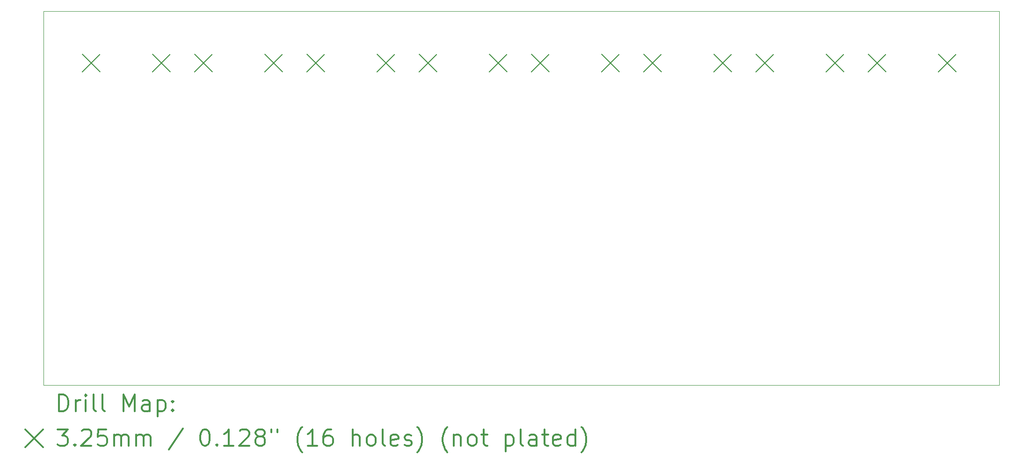
<source format=gbr>
%FSLAX45Y45*%
G04 Gerber Fmt 4.5, Leading zero omitted, Abs format (unit mm)*
G04 Created by KiCad (PCBNEW (5.1.9)-1) date 2021-09-29 15:51:36*
%MOMM*%
%LPD*%
G01*
G04 APERTURE LIST*
%TA.AperFunction,Profile*%
%ADD10C,0.100000*%
%TD*%
%ADD11C,0.200000*%
%ADD12C,0.300000*%
G04 APERTURE END LIST*
D10*
X23777000Y-13208000D02*
X23777000Y-6428000D01*
X23777000Y-6428000D02*
X6477000Y-6428000D01*
X6477000Y-13208000D02*
X23777000Y-13208000D01*
X6477000Y-6428000D02*
X6477000Y-13208000D01*
D11*
X7178500Y-7203500D02*
X7503500Y-7528500D01*
X7503500Y-7203500D02*
X7178500Y-7528500D01*
X8448500Y-7203500D02*
X8773500Y-7528500D01*
X8773500Y-7203500D02*
X8448500Y-7528500D01*
X9210500Y-7203500D02*
X9535500Y-7528500D01*
X9535500Y-7203500D02*
X9210500Y-7528500D01*
X10480500Y-7203500D02*
X10805500Y-7528500D01*
X10805500Y-7203500D02*
X10480500Y-7528500D01*
X11242500Y-7203500D02*
X11567500Y-7528500D01*
X11567500Y-7203500D02*
X11242500Y-7528500D01*
X12512500Y-7203500D02*
X12837500Y-7528500D01*
X12837500Y-7203500D02*
X12512500Y-7528500D01*
X13274500Y-7203500D02*
X13599500Y-7528500D01*
X13599500Y-7203500D02*
X13274500Y-7528500D01*
X14544500Y-7203500D02*
X14869500Y-7528500D01*
X14869500Y-7203500D02*
X14544500Y-7528500D01*
X15306500Y-7203500D02*
X15631500Y-7528500D01*
X15631500Y-7203500D02*
X15306500Y-7528500D01*
X16576500Y-7203500D02*
X16901500Y-7528500D01*
X16901500Y-7203500D02*
X16576500Y-7528500D01*
X17338500Y-7203500D02*
X17663500Y-7528500D01*
X17663500Y-7203500D02*
X17338500Y-7528500D01*
X18608500Y-7203500D02*
X18933500Y-7528500D01*
X18933500Y-7203500D02*
X18608500Y-7528500D01*
X19370500Y-7203500D02*
X19695500Y-7528500D01*
X19695500Y-7203500D02*
X19370500Y-7528500D01*
X20640500Y-7203500D02*
X20965500Y-7528500D01*
X20965500Y-7203500D02*
X20640500Y-7528500D01*
X21402500Y-7203500D02*
X21727500Y-7528500D01*
X21727500Y-7203500D02*
X21402500Y-7528500D01*
X22672500Y-7203500D02*
X22997500Y-7528500D01*
X22997500Y-7203500D02*
X22672500Y-7528500D01*
D12*
X6758428Y-13678714D02*
X6758428Y-13378714D01*
X6829857Y-13378714D01*
X6872714Y-13393000D01*
X6901286Y-13421571D01*
X6915571Y-13450143D01*
X6929857Y-13507286D01*
X6929857Y-13550143D01*
X6915571Y-13607286D01*
X6901286Y-13635857D01*
X6872714Y-13664429D01*
X6829857Y-13678714D01*
X6758428Y-13678714D01*
X7058428Y-13678714D02*
X7058428Y-13478714D01*
X7058428Y-13535857D02*
X7072714Y-13507286D01*
X7087000Y-13493000D01*
X7115571Y-13478714D01*
X7144143Y-13478714D01*
X7244143Y-13678714D02*
X7244143Y-13478714D01*
X7244143Y-13378714D02*
X7229857Y-13393000D01*
X7244143Y-13407286D01*
X7258428Y-13393000D01*
X7244143Y-13378714D01*
X7244143Y-13407286D01*
X7429857Y-13678714D02*
X7401286Y-13664429D01*
X7387000Y-13635857D01*
X7387000Y-13378714D01*
X7587000Y-13678714D02*
X7558428Y-13664429D01*
X7544143Y-13635857D01*
X7544143Y-13378714D01*
X7929857Y-13678714D02*
X7929857Y-13378714D01*
X8029857Y-13593000D01*
X8129857Y-13378714D01*
X8129857Y-13678714D01*
X8401286Y-13678714D02*
X8401286Y-13521571D01*
X8387000Y-13493000D01*
X8358428Y-13478714D01*
X8301286Y-13478714D01*
X8272714Y-13493000D01*
X8401286Y-13664429D02*
X8372714Y-13678714D01*
X8301286Y-13678714D01*
X8272714Y-13664429D01*
X8258428Y-13635857D01*
X8258428Y-13607286D01*
X8272714Y-13578714D01*
X8301286Y-13564429D01*
X8372714Y-13564429D01*
X8401286Y-13550143D01*
X8544143Y-13478714D02*
X8544143Y-13778714D01*
X8544143Y-13493000D02*
X8572714Y-13478714D01*
X8629857Y-13478714D01*
X8658428Y-13493000D01*
X8672714Y-13507286D01*
X8687000Y-13535857D01*
X8687000Y-13621571D01*
X8672714Y-13650143D01*
X8658428Y-13664429D01*
X8629857Y-13678714D01*
X8572714Y-13678714D01*
X8544143Y-13664429D01*
X8815571Y-13650143D02*
X8829857Y-13664429D01*
X8815571Y-13678714D01*
X8801286Y-13664429D01*
X8815571Y-13650143D01*
X8815571Y-13678714D01*
X8815571Y-13493000D02*
X8829857Y-13507286D01*
X8815571Y-13521571D01*
X8801286Y-13507286D01*
X8815571Y-13493000D01*
X8815571Y-13521571D01*
X6147000Y-14010500D02*
X6472000Y-14335500D01*
X6472000Y-14010500D02*
X6147000Y-14335500D01*
X6729857Y-14008714D02*
X6915571Y-14008714D01*
X6815571Y-14123000D01*
X6858428Y-14123000D01*
X6887000Y-14137286D01*
X6901286Y-14151571D01*
X6915571Y-14180143D01*
X6915571Y-14251571D01*
X6901286Y-14280143D01*
X6887000Y-14294429D01*
X6858428Y-14308714D01*
X6772714Y-14308714D01*
X6744143Y-14294429D01*
X6729857Y-14280143D01*
X7044143Y-14280143D02*
X7058428Y-14294429D01*
X7044143Y-14308714D01*
X7029857Y-14294429D01*
X7044143Y-14280143D01*
X7044143Y-14308714D01*
X7172714Y-14037286D02*
X7187000Y-14023000D01*
X7215571Y-14008714D01*
X7287000Y-14008714D01*
X7315571Y-14023000D01*
X7329857Y-14037286D01*
X7344143Y-14065857D01*
X7344143Y-14094429D01*
X7329857Y-14137286D01*
X7158428Y-14308714D01*
X7344143Y-14308714D01*
X7615571Y-14008714D02*
X7472714Y-14008714D01*
X7458428Y-14151571D01*
X7472714Y-14137286D01*
X7501286Y-14123000D01*
X7572714Y-14123000D01*
X7601286Y-14137286D01*
X7615571Y-14151571D01*
X7629857Y-14180143D01*
X7629857Y-14251571D01*
X7615571Y-14280143D01*
X7601286Y-14294429D01*
X7572714Y-14308714D01*
X7501286Y-14308714D01*
X7472714Y-14294429D01*
X7458428Y-14280143D01*
X7758428Y-14308714D02*
X7758428Y-14108714D01*
X7758428Y-14137286D02*
X7772714Y-14123000D01*
X7801286Y-14108714D01*
X7844143Y-14108714D01*
X7872714Y-14123000D01*
X7887000Y-14151571D01*
X7887000Y-14308714D01*
X7887000Y-14151571D02*
X7901286Y-14123000D01*
X7929857Y-14108714D01*
X7972714Y-14108714D01*
X8001286Y-14123000D01*
X8015571Y-14151571D01*
X8015571Y-14308714D01*
X8158428Y-14308714D02*
X8158428Y-14108714D01*
X8158428Y-14137286D02*
X8172714Y-14123000D01*
X8201286Y-14108714D01*
X8244143Y-14108714D01*
X8272714Y-14123000D01*
X8287000Y-14151571D01*
X8287000Y-14308714D01*
X8287000Y-14151571D02*
X8301286Y-14123000D01*
X8329857Y-14108714D01*
X8372714Y-14108714D01*
X8401286Y-14123000D01*
X8415571Y-14151571D01*
X8415571Y-14308714D01*
X9001286Y-13994429D02*
X8744143Y-14380143D01*
X9387000Y-14008714D02*
X9415571Y-14008714D01*
X9444143Y-14023000D01*
X9458428Y-14037286D01*
X9472714Y-14065857D01*
X9487000Y-14123000D01*
X9487000Y-14194429D01*
X9472714Y-14251571D01*
X9458428Y-14280143D01*
X9444143Y-14294429D01*
X9415571Y-14308714D01*
X9387000Y-14308714D01*
X9358428Y-14294429D01*
X9344143Y-14280143D01*
X9329857Y-14251571D01*
X9315571Y-14194429D01*
X9315571Y-14123000D01*
X9329857Y-14065857D01*
X9344143Y-14037286D01*
X9358428Y-14023000D01*
X9387000Y-14008714D01*
X9615571Y-14280143D02*
X9629857Y-14294429D01*
X9615571Y-14308714D01*
X9601286Y-14294429D01*
X9615571Y-14280143D01*
X9615571Y-14308714D01*
X9915571Y-14308714D02*
X9744143Y-14308714D01*
X9829857Y-14308714D02*
X9829857Y-14008714D01*
X9801286Y-14051571D01*
X9772714Y-14080143D01*
X9744143Y-14094429D01*
X10029857Y-14037286D02*
X10044143Y-14023000D01*
X10072714Y-14008714D01*
X10144143Y-14008714D01*
X10172714Y-14023000D01*
X10187000Y-14037286D01*
X10201286Y-14065857D01*
X10201286Y-14094429D01*
X10187000Y-14137286D01*
X10015571Y-14308714D01*
X10201286Y-14308714D01*
X10372714Y-14137286D02*
X10344143Y-14123000D01*
X10329857Y-14108714D01*
X10315571Y-14080143D01*
X10315571Y-14065857D01*
X10329857Y-14037286D01*
X10344143Y-14023000D01*
X10372714Y-14008714D01*
X10429857Y-14008714D01*
X10458428Y-14023000D01*
X10472714Y-14037286D01*
X10487000Y-14065857D01*
X10487000Y-14080143D01*
X10472714Y-14108714D01*
X10458428Y-14123000D01*
X10429857Y-14137286D01*
X10372714Y-14137286D01*
X10344143Y-14151571D01*
X10329857Y-14165857D01*
X10315571Y-14194429D01*
X10315571Y-14251571D01*
X10329857Y-14280143D01*
X10344143Y-14294429D01*
X10372714Y-14308714D01*
X10429857Y-14308714D01*
X10458428Y-14294429D01*
X10472714Y-14280143D01*
X10487000Y-14251571D01*
X10487000Y-14194429D01*
X10472714Y-14165857D01*
X10458428Y-14151571D01*
X10429857Y-14137286D01*
X10601286Y-14008714D02*
X10601286Y-14065857D01*
X10715571Y-14008714D02*
X10715571Y-14065857D01*
X11158428Y-14423000D02*
X11144143Y-14408714D01*
X11115571Y-14365857D01*
X11101286Y-14337286D01*
X11087000Y-14294429D01*
X11072714Y-14223000D01*
X11072714Y-14165857D01*
X11087000Y-14094429D01*
X11101286Y-14051571D01*
X11115571Y-14023000D01*
X11144143Y-13980143D01*
X11158428Y-13965857D01*
X11429857Y-14308714D02*
X11258428Y-14308714D01*
X11344143Y-14308714D02*
X11344143Y-14008714D01*
X11315571Y-14051571D01*
X11287000Y-14080143D01*
X11258428Y-14094429D01*
X11687000Y-14008714D02*
X11629857Y-14008714D01*
X11601286Y-14023000D01*
X11587000Y-14037286D01*
X11558428Y-14080143D01*
X11544143Y-14137286D01*
X11544143Y-14251571D01*
X11558428Y-14280143D01*
X11572714Y-14294429D01*
X11601286Y-14308714D01*
X11658428Y-14308714D01*
X11687000Y-14294429D01*
X11701286Y-14280143D01*
X11715571Y-14251571D01*
X11715571Y-14180143D01*
X11701286Y-14151571D01*
X11687000Y-14137286D01*
X11658428Y-14123000D01*
X11601286Y-14123000D01*
X11572714Y-14137286D01*
X11558428Y-14151571D01*
X11544143Y-14180143D01*
X12072714Y-14308714D02*
X12072714Y-14008714D01*
X12201286Y-14308714D02*
X12201286Y-14151571D01*
X12187000Y-14123000D01*
X12158428Y-14108714D01*
X12115571Y-14108714D01*
X12087000Y-14123000D01*
X12072714Y-14137286D01*
X12387000Y-14308714D02*
X12358428Y-14294429D01*
X12344143Y-14280143D01*
X12329857Y-14251571D01*
X12329857Y-14165857D01*
X12344143Y-14137286D01*
X12358428Y-14123000D01*
X12387000Y-14108714D01*
X12429857Y-14108714D01*
X12458428Y-14123000D01*
X12472714Y-14137286D01*
X12487000Y-14165857D01*
X12487000Y-14251571D01*
X12472714Y-14280143D01*
X12458428Y-14294429D01*
X12429857Y-14308714D01*
X12387000Y-14308714D01*
X12658428Y-14308714D02*
X12629857Y-14294429D01*
X12615571Y-14265857D01*
X12615571Y-14008714D01*
X12887000Y-14294429D02*
X12858428Y-14308714D01*
X12801286Y-14308714D01*
X12772714Y-14294429D01*
X12758428Y-14265857D01*
X12758428Y-14151571D01*
X12772714Y-14123000D01*
X12801286Y-14108714D01*
X12858428Y-14108714D01*
X12887000Y-14123000D01*
X12901286Y-14151571D01*
X12901286Y-14180143D01*
X12758428Y-14208714D01*
X13015571Y-14294429D02*
X13044143Y-14308714D01*
X13101286Y-14308714D01*
X13129857Y-14294429D01*
X13144143Y-14265857D01*
X13144143Y-14251571D01*
X13129857Y-14223000D01*
X13101286Y-14208714D01*
X13058428Y-14208714D01*
X13029857Y-14194429D01*
X13015571Y-14165857D01*
X13015571Y-14151571D01*
X13029857Y-14123000D01*
X13058428Y-14108714D01*
X13101286Y-14108714D01*
X13129857Y-14123000D01*
X13244143Y-14423000D02*
X13258428Y-14408714D01*
X13287000Y-14365857D01*
X13301286Y-14337286D01*
X13315571Y-14294429D01*
X13329857Y-14223000D01*
X13329857Y-14165857D01*
X13315571Y-14094429D01*
X13301286Y-14051571D01*
X13287000Y-14023000D01*
X13258428Y-13980143D01*
X13244143Y-13965857D01*
X13787000Y-14423000D02*
X13772714Y-14408714D01*
X13744143Y-14365857D01*
X13729857Y-14337286D01*
X13715571Y-14294429D01*
X13701286Y-14223000D01*
X13701286Y-14165857D01*
X13715571Y-14094429D01*
X13729857Y-14051571D01*
X13744143Y-14023000D01*
X13772714Y-13980143D01*
X13787000Y-13965857D01*
X13901286Y-14108714D02*
X13901286Y-14308714D01*
X13901286Y-14137286D02*
X13915571Y-14123000D01*
X13944143Y-14108714D01*
X13987000Y-14108714D01*
X14015571Y-14123000D01*
X14029857Y-14151571D01*
X14029857Y-14308714D01*
X14215571Y-14308714D02*
X14187000Y-14294429D01*
X14172714Y-14280143D01*
X14158428Y-14251571D01*
X14158428Y-14165857D01*
X14172714Y-14137286D01*
X14187000Y-14123000D01*
X14215571Y-14108714D01*
X14258428Y-14108714D01*
X14287000Y-14123000D01*
X14301286Y-14137286D01*
X14315571Y-14165857D01*
X14315571Y-14251571D01*
X14301286Y-14280143D01*
X14287000Y-14294429D01*
X14258428Y-14308714D01*
X14215571Y-14308714D01*
X14401286Y-14108714D02*
X14515571Y-14108714D01*
X14444143Y-14008714D02*
X14444143Y-14265857D01*
X14458428Y-14294429D01*
X14487000Y-14308714D01*
X14515571Y-14308714D01*
X14844143Y-14108714D02*
X14844143Y-14408714D01*
X14844143Y-14123000D02*
X14872714Y-14108714D01*
X14929857Y-14108714D01*
X14958428Y-14123000D01*
X14972714Y-14137286D01*
X14987000Y-14165857D01*
X14987000Y-14251571D01*
X14972714Y-14280143D01*
X14958428Y-14294429D01*
X14929857Y-14308714D01*
X14872714Y-14308714D01*
X14844143Y-14294429D01*
X15158428Y-14308714D02*
X15129857Y-14294429D01*
X15115571Y-14265857D01*
X15115571Y-14008714D01*
X15401286Y-14308714D02*
X15401286Y-14151571D01*
X15387000Y-14123000D01*
X15358428Y-14108714D01*
X15301286Y-14108714D01*
X15272714Y-14123000D01*
X15401286Y-14294429D02*
X15372714Y-14308714D01*
X15301286Y-14308714D01*
X15272714Y-14294429D01*
X15258428Y-14265857D01*
X15258428Y-14237286D01*
X15272714Y-14208714D01*
X15301286Y-14194429D01*
X15372714Y-14194429D01*
X15401286Y-14180143D01*
X15501286Y-14108714D02*
X15615571Y-14108714D01*
X15544143Y-14008714D02*
X15544143Y-14265857D01*
X15558428Y-14294429D01*
X15587000Y-14308714D01*
X15615571Y-14308714D01*
X15829857Y-14294429D02*
X15801286Y-14308714D01*
X15744143Y-14308714D01*
X15715571Y-14294429D01*
X15701286Y-14265857D01*
X15701286Y-14151571D01*
X15715571Y-14123000D01*
X15744143Y-14108714D01*
X15801286Y-14108714D01*
X15829857Y-14123000D01*
X15844143Y-14151571D01*
X15844143Y-14180143D01*
X15701286Y-14208714D01*
X16101286Y-14308714D02*
X16101286Y-14008714D01*
X16101286Y-14294429D02*
X16072714Y-14308714D01*
X16015571Y-14308714D01*
X15987000Y-14294429D01*
X15972714Y-14280143D01*
X15958428Y-14251571D01*
X15958428Y-14165857D01*
X15972714Y-14137286D01*
X15987000Y-14123000D01*
X16015571Y-14108714D01*
X16072714Y-14108714D01*
X16101286Y-14123000D01*
X16215571Y-14423000D02*
X16229857Y-14408714D01*
X16258428Y-14365857D01*
X16272714Y-14337286D01*
X16287000Y-14294429D01*
X16301286Y-14223000D01*
X16301286Y-14165857D01*
X16287000Y-14094429D01*
X16272714Y-14051571D01*
X16258428Y-14023000D01*
X16229857Y-13980143D01*
X16215571Y-13965857D01*
M02*

</source>
